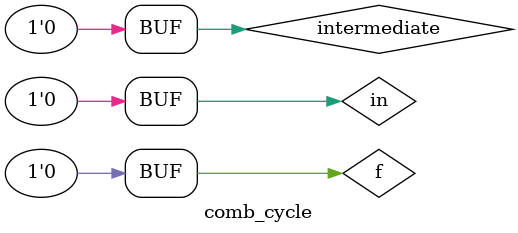
<source format=sv>
module comb_cycle;

// Example of combinational circuit with a loop from
// http://paradise.caltech.edu/~riedel/research/phd.html.

// Specifically, this is the circuit from Fig. 1.5
// (p. 4), described as "[a]lthough useless, [the]
// circuit is cyclic and combinational."

// As described on p. 4 of the thesis, this circuit
// implements the (pure) function f(x) = x.

logic in, intermediate, f;

always_comb intermediate = in && f;

always_comb f = in || intermediate;

initial begin
 #1 in = 0;
 #1 in = 1;
 #1 in = 0;
end

initial $monitor("f(%b) = %b", in, f);

endmodule

</source>
